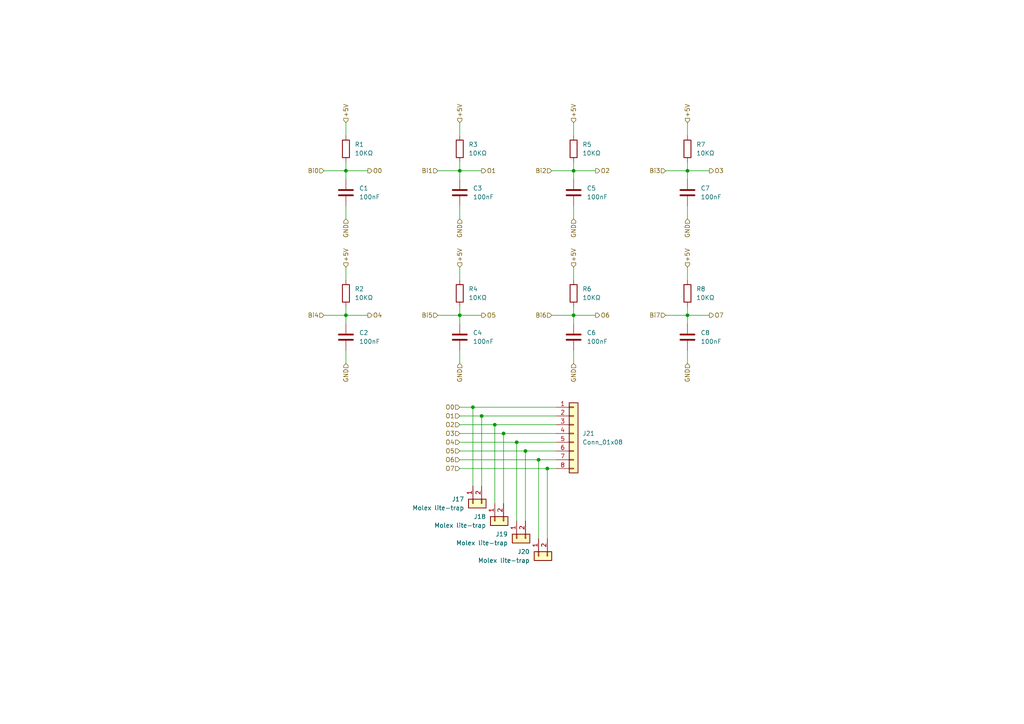
<source format=kicad_sch>
(kicad_sch (version 20250114) (generator "eeschema") (generator_version "9.0")
  (paper "A4")
  (title_block (title "Salidas") (date "2025-04-20") (rev "1.0") (company "UTN FRC") (comment 1 "Minilab") (comment 2 "Tecnicas Digitales 1") (comment 3 "Grasso y Palombo"))
  (lib_symbols
    (symbol "Connector_Generic:Conn_01x02" (pin_names (offset 1.016) (hide yes))
      (property "Reference" "J" (at 0 2.54 0))
      (property "Value" "Conn_01x02" (at 0 -5.08 0))
      (symbol "Conn_01x02_1_1"
        (rectangle (start -1.27 1.27) (end 1.27 -3.81) (stroke (width 0.254)) (fill (type background)))
        (rectangle (start -1.27 0.127) (end 0 -0.127) (stroke (width 0.1524)))
        (rectangle (start -1.27 -2.413) (end 0 -2.667) (stroke (width 0.1524)))
        (pin passive line (at -5.08 0 0) (length 3.81) (name "Pin_1") (number "1"))
        (pin passive line (at -5.08 -2.54 0) (length 3.81) (name "Pin_2") (number "2"))
      )
    )
    (symbol "Connector_Generic:Conn_01x08" (pin_names (offset 1.016) (hide yes))
      (property "Reference" "J" (at 0 10.16 0))
      (property "Value" "Conn_01x08" (at 0 -12.7 0))
      (symbol "Conn_01x08_1_1"
        (rectangle (start -1.27 8.89) (end 1.27 -11.43) (stroke (width 0.254)) (fill (type background)))
        (rectangle (start -1.27 7.747) (end 0 7.493) (stroke (width 0.1524)))
        (rectangle (start -1.27 5.207) (end 0 4.953) (stroke (width 0.1524)))
        (rectangle (start -1.27 2.667) (end 0 2.413) (stroke (width 0.1524)))
        (rectangle (start -1.27 0.127) (end 0 -0.127) (stroke (width 0.1524)))
        (rectangle (start -1.27 -2.413) (end 0 -2.667) (stroke (width 0.1524)))
        (rectangle (start -1.27 -4.953) (end 0 -5.207) (stroke (width 0.1524)))
        (rectangle (start -1.27 -7.493) (end 0 -7.747) (stroke (width 0.1524)))
        (rectangle (start -1.27 -10.033) (end 0 -10.287) (stroke (width 0.1524)))
        (pin passive line (at -5.08 7.62 0) (length 3.81) (name "Pin_1") (number "1"))
        (pin passive line (at -5.08 5.08 0) (length 3.81) (name "Pin_2") (number "2"))
        (pin passive line (at -5.08 2.54 0) (length 3.81) (name "Pin_3") (number "3"))
        (pin passive line (at -5.08 0 0) (length 3.81) (name "Pin_4") (number "4"))
        (pin passive line (at -5.08 -2.54 0) (length 3.81) (name "Pin_5") (number "5"))
        (pin passive line (at -5.08 -5.08 0) (length 3.81) (name "Pin_6") (number "6"))
        (pin passive line (at -5.08 -7.62 0) (length 3.81) (name "Pin_7") (number "7"))
        (pin passive line (at -5.08 -10.16 0) (length 3.81) (name "Pin_8") (number "8"))
      )
    )
    (symbol "Device:C" (pin_numbers (hide yes)) (pin_names (offset 0.254))
      (property "Reference" "C" (at 0.635 2.54 0))
      (property "Value" "C" (at 0.635 -2.54 0))
      (symbol "C_0_1"
        (polyline (pts (xy -2.032 0.762) (xy 2.032 0.762)) (stroke (width 0.508)))
        (polyline (pts (xy -2.032 -0.762) (xy 2.032 -0.762)) (stroke (width 0.508)))
      )
      (symbol "C_1_1"
        (pin passive line (at 0 3.81 270) (length 2.794) (name "~") (number "1"))
        (pin passive line (at 0 -3.81 90) (length 2.794) (name "~") (number "2"))
      )
    )
    (symbol "Device:R" (pin_numbers (hide yes)) (pin_names (offset 0))
      (property "Reference" "R" (at 2.032 0 90))
      (property "Value" "R" (at 0 0 90))
      (symbol "R_0_1"
        (rectangle (start -1.016 -2.54) (end 1.016 2.54) (stroke (width 0.254)))
      )
      (symbol "R_1_1"
        (pin passive line (at 0 3.81 270) (length 1.27) (name "~") (number "1"))
        (pin passive line (at 0 -3.81 90) (length 1.27) (name "~") (number "2"))
      )
    )
  )
  (junction (at 149.86 128.27))
  (junction (at 143.51 123.19))
  (junction (at 156.21 133.35))
  (junction (at 166.37 91.44))
  (junction (at 100.33 49.53))
  (junction (at 100.33 91.44))
  (junction (at 133.35 91.44))
  (junction (at 137.16 118.11))
  (junction (at 199.39 91.44))
  (junction (at 139.7 120.65))
  (junction (at 146.05 125.73))
  (junction (at 152.4 130.81))
  (junction (at 199.39 49.53))
  (junction (at 133.35 49.53))
  (junction (at 158.75 135.89))
  (junction (at 166.37 49.53))
  (wire (pts (xy 156.21 133.35) (xy 156.21 156.21)))
  (wire (pts (xy 133.35 118.11) (xy 137.16 118.11)))
  (wire (pts (xy 199.39 35.56) (xy 199.39 39.37)))
  (wire (pts (xy 166.37 101.6) (xy 166.37 105.41)))
  (wire (pts (xy 146.05 125.73) (xy 146.05 146.05)))
  (wire (pts (xy 166.37 49.53) (xy 172.72 49.53)))
  (wire (pts (xy 199.39 101.6) (xy 199.39 105.41)))
  (wire (pts (xy 158.75 135.89) (xy 161.29 135.89)))
  (wire (pts (xy 199.39 91.44) (xy 199.39 93.98)))
  (wire (pts (xy 133.35 133.35) (xy 156.21 133.35)))
  (wire (pts (xy 152.4 130.81) (xy 152.4 151.13)))
  (wire (pts (xy 158.75 135.89) (xy 158.75 156.21)))
  (wire (pts (xy 93.98 91.44) (xy 100.33 91.44)))
  (wire (pts (xy 199.39 49.53) (xy 205.74 49.53)))
  (wire (pts (xy 127 49.53) (xy 133.35 49.53)))
  (wire (pts (xy 100.33 59.69) (xy 100.33 63.5)))
  (wire (pts (xy 199.39 49.53) (xy 199.39 46.99)))
  (wire (pts (xy 133.35 59.69) (xy 133.35 63.5)))
  (wire (pts (xy 193.04 49.53) (xy 199.39 49.53)))
  (wire (pts (xy 139.7 120.65) (xy 161.29 120.65)))
  (wire (pts (xy 149.86 128.27) (xy 149.86 151.13)))
  (wire (pts (xy 149.86 128.27) (xy 161.29 128.27)))
  (wire (pts (xy 133.35 130.81) (xy 152.4 130.81)))
  (wire (pts (xy 160.02 91.44) (xy 166.37 91.44)))
  (wire (pts (xy 133.35 35.56) (xy 133.35 39.37)))
  (wire (pts (xy 156.21 133.35) (xy 161.29 133.35)))
  (wire (pts (xy 100.33 91.44) (xy 106.68 91.44)))
  (wire (pts (xy 133.35 91.44) (xy 133.35 88.9)))
  (wire (pts (xy 152.4 130.81) (xy 161.29 130.81)))
  (wire (pts (xy 133.35 120.65) (xy 139.7 120.65)))
  (wire (pts (xy 199.39 91.44) (xy 199.39 88.9)))
  (wire (pts (xy 100.33 101.6) (xy 100.33 105.41)))
  (wire (pts (xy 199.39 77.47) (xy 199.39 81.28)))
  (wire (pts (xy 133.35 101.6) (xy 133.35 105.41)))
  (wire (pts (xy 166.37 77.47) (xy 166.37 81.28)))
  (wire (pts (xy 133.35 125.73) (xy 146.05 125.73)))
  (wire (pts (xy 133.35 128.27) (xy 149.86 128.27)))
  (wire (pts (xy 133.35 123.19) (xy 143.51 123.19)))
  (wire (pts (xy 166.37 91.44) (xy 172.72 91.44)))
  (wire (pts (xy 100.33 49.53) (xy 106.68 49.53)))
  (wire (pts (xy 143.51 123.19) (xy 161.29 123.19)))
  (wire (pts (xy 133.35 49.53) (xy 133.35 46.99)))
  (wire (pts (xy 193.04 91.44) (xy 199.39 91.44)))
  (wire (pts (xy 127 91.44) (xy 133.35 91.44)))
  (wire (pts (xy 166.37 91.44) (xy 166.37 88.9)))
  (wire (pts (xy 133.35 135.89) (xy 158.75 135.89)))
  (wire (pts (xy 146.05 125.73) (xy 161.29 125.73)))
  (wire (pts (xy 133.35 49.53) (xy 133.35 52.07)))
  (wire (pts (xy 166.37 35.56) (xy 166.37 39.37)))
  (wire (pts (xy 166.37 49.53) (xy 166.37 52.07)))
  (wire (pts (xy 199.39 59.69) (xy 199.39 63.5)))
  (wire (pts (xy 166.37 59.69) (xy 166.37 63.5)))
  (wire (pts (xy 139.7 120.65) (xy 139.7 140.97)))
  (wire (pts (xy 100.33 91.44) (xy 100.33 93.98)))
  (wire (pts (xy 199.39 49.53) (xy 199.39 52.07)))
  (wire (pts (xy 133.35 91.44) (xy 133.35 93.98)))
  (wire (pts (xy 133.35 77.47) (xy 133.35 81.28)))
  (wire (pts (xy 166.37 49.53) (xy 166.37 46.99)))
  (wire (pts (xy 93.98 49.53) (xy 100.33 49.53)))
  (wire (pts (xy 100.33 49.53) (xy 100.33 46.99)))
  (wire (pts (xy 199.39 91.44) (xy 205.74 91.44)))
  (wire (pts (xy 100.33 35.56) (xy 100.33 39.37)))
  (wire (pts (xy 100.33 77.47) (xy 100.33 81.28)))
  (wire (pts (xy 133.35 49.53) (xy 139.7 49.53)))
  (wire (pts (xy 100.33 49.53) (xy 100.33 52.07)))
  (wire (pts (xy 166.37 91.44) (xy 166.37 93.98)))
  (wire (pts (xy 137.16 118.11) (xy 161.29 118.11)))
  (wire (pts (xy 143.51 123.19) (xy 143.51 146.05)))
  (wire (pts (xy 160.02 49.53) (xy 166.37 49.53)))
  (wire (pts (xy 133.35 91.44) (xy 139.7 91.44)))
  (wire (pts (xy 137.16 118.11) (xy 137.16 140.97)))
  (wire (pts (xy 100.33 91.44) (xy 100.33 88.9)))
  (hierarchical_label "Bi3" (shape input) (at 193.04 49.53 180))
  (hierarchical_label "O2" (shape output) (at 172.72 49.53 0))
  (hierarchical_label "Bi7" (shape input) (at 193.04 91.44 180))
  (hierarchical_label "O6" (shape output) (at 172.72 91.44 0))
  (hierarchical_label "O5" (shape output) (at 139.7 91.44 0))
  (hierarchical_label "+5V" (shape input) (at 199.39 35.56 90))
  (hierarchical_label "Bi2" (shape input) (at 160.02 49.53 180))
  (hierarchical_label "+5V" (shape input) (at 166.37 35.56 90))
  (hierarchical_label "Bi0" (shape input) (at 93.98 49.53 180))
  (hierarchical_label "GND" (shape input) (at 133.35 63.5 270))
  (hierarchical_label "+5V" (shape input) (at 100.33 35.56 90))
  (hierarchical_label "O7" (shape input) (at 133.35 135.89 180))
  (hierarchical_label "+5V" (shape input) (at 100.33 77.47 90))
  (hierarchical_label "O1" (shape input) (at 133.35 120.65 180))
  (hierarchical_label "GND" (shape input) (at 100.33 105.41 270))
  (hierarchical_label "O3" (shape output) (at 205.74 49.53 0))
  (hierarchical_label "GND" (shape input) (at 199.39 63.5 270))
  (hierarchical_label "Bi1" (shape input) (at 127 49.53 180))
  (hierarchical_label "O2" (shape input) (at 133.35 123.19 180))
  (hierarchical_label "GND" (shape input) (at 100.33 63.5 270))
  (hierarchical_label "GND" (shape input) (at 166.37 63.5 270))
  (hierarchical_label "O1" (shape output) (at 139.7 49.53 0))
  (hierarchical_label "O0" (shape input) (at 133.35 118.11 180))
  (hierarchical_label "+5V" (shape input) (at 133.35 77.47 90))
  (hierarchical_label "O4" (shape input) (at 133.35 128.27 180))
  (hierarchical_label "+5V" (shape input) (at 166.37 77.47 90))
  (hierarchical_label "GND" (shape input) (at 166.37 105.41 270))
  (hierarchical_label "+5V" (shape input) (at 133.35 35.56 90))
  (hierarchical_label "O5" (shape input) (at 133.35 130.81 180))
  (hierarchical_label "GND" (shape input) (at 133.35 105.41 270))
  (hierarchical_label "Bi5" (shape input) (at 127 91.44 180))
  (hierarchical_label "Bi4" (shape input) (at 93.98 91.44 180))
  (hierarchical_label "O3" (shape input) (at 133.35 125.73 180))
  (hierarchical_label "O4" (shape output) (at 106.68 91.44 0))
  (hierarchical_label "O7" (shape output) (at 205.74 91.44 0))
  (hierarchical_label "O6" (shape input) (at 133.35 133.35 180))
  (hierarchical_label "O0" (shape output) (at 106.68 49.53 0))
  (hierarchical_label "+5V" (shape input) (at 199.39 77.47 90))
  (hierarchical_label "GND" (shape input) (at 199.39 105.41 270))
  (hierarchical_label "Bi6" (shape input) (at 160.02 91.44 180))
  (symbol (lib_id "Device:R") (at 100.33 43.18 0) (unit 1)
    (property "Reference" "R1" (at 102.87 41.9099 0) (effects (justify left)))
    (property "Value" "10KΩ" (at 102.87 44.4499 0) (effects (justify left)))
    (property "Footprint" "Resistor_THT:R_Axial_DIN0204_L3.6mm_D1.6mm_P5.08mm_Horizontal" (effects (hide yes)))
    (property "Description" "Resistor" (effects (hide yes)))
  )
  (symbol (lib_id "Device:C") (at 133.35 55.88 0) (unit 1)
    (property "Reference" "C3" (at 137.16 54.6099 0) (effects (justify left)))
    (property "Value" "100nF" (at 137.16 57.1499 0) (effects (justify left)))
    (property "Footprint" "Capacitor_THT:C_Disc_D6.0mm_W2.5mm_P5.00mm" (effects (hide yes)))
    (property "Description" "Unpolarized capacitor" (effects (hide yes)))
  )
  (symbol (lib_id "Connector_Generic:Conn_01x02") (at 156.21 161.29 90) (mirror x) (unit 1)
    (property "Reference" "J20" (at 153.67 160.0199 90) (effects (justify left)))
    (property "Value" "Molex lite-trap" (at 153.67 162.5599 90) (effects (justify left)))
    (property "Footprint" "Extras:Molex-Lite_trap" (effects (hide yes)))
    (property "Description" "Generic connector, single row, 01x02, script generated (kicad-library-utils/schlib/autogen/connector/)" (effects (hide yes)))
  )
  (symbol (lib_id "Device:R") (at 133.35 85.09 0) (unit 1)
    (property "Reference" "R4" (at 135.89 83.8199 0) (effects (justify left)))
    (property "Value" "10KΩ" (at 135.89 86.3599 0) (effects (justify left)))
    (property "Footprint" "Resistor_THT:R_Axial_DIN0204_L3.6mm_D1.6mm_P5.08mm_Horizontal" (effects (hide yes)))
    (property "Description" "Resistor" (effects (hide yes)))
  )
  (symbol (lib_id "Device:C") (at 199.39 97.79 0) (unit 1)
    (property "Reference" "C8" (at 203.2 96.5199 0) (effects (justify left)))
    (property "Value" "100nF" (at 203.2 99.0599 0) (effects (justify left)))
    (property "Footprint" "Capacitor_THT:C_Disc_D6.0mm_W2.5mm_P5.00mm" (effects (hide yes)))
    (property "Description" "Unpolarized capacitor" (effects (hide yes)))
  )
  (symbol (lib_id "Device:R") (at 166.37 43.18 0) (unit 1)
    (property "Reference" "R5" (at 168.91 41.9099 0) (effects (justify left)))
    (property "Value" "10KΩ" (at 168.91 44.4499 0) (effects (justify left)))
    (property "Footprint" "Resistor_THT:R_Axial_DIN0204_L3.6mm_D1.6mm_P5.08mm_Horizontal" (effects (hide yes)))
    (property "Description" "Resistor" (effects (hide yes)))
  )
  (symbol (lib_id "Device:R") (at 199.39 85.09 0) (unit 1)
    (property "Reference" "R8" (at 201.93 83.8199 0) (effects (justify left)))
    (property "Value" "10KΩ" (at 201.93 86.3599 0) (effects (justify left)))
    (property "Footprint" "Resistor_THT:R_Axial_DIN0204_L3.6mm_D1.6mm_P5.08mm_Horizontal" (effects (hide yes)))
    (property "Description" "Resistor" (effects (hide yes)))
  )
  (symbol (lib_id "Device:R") (at 100.33 85.09 0) (unit 1)
    (property "Reference" "R2" (at 102.87 83.8199 0) (effects (justify left)))
    (property "Value" "10KΩ" (at 102.87 86.3599 0) (effects (justify left)))
    (property "Footprint" "Resistor_THT:R_Axial_DIN0204_L3.6mm_D1.6mm_P5.08mm_Horizontal" (effects (hide yes)))
    (property "Description" "Resistor" (effects (hide yes)))
  )
  (symbol (lib_id "Device:C") (at 100.33 97.79 0) (unit 1)
    (property "Reference" "C2" (at 104.14 96.5199 0) (effects (justify left)))
    (property "Value" "100nF" (at 104.14 99.0599 0) (effects (justify left)))
    (property "Footprint" "Capacitor_THT:C_Disc_D6.0mm_W2.5mm_P5.00mm" (effects (hide yes)))
    (property "Description" "Unpolarized capacitor" (effects (hide yes)))
  )
  (symbol (lib_id "Device:C") (at 166.37 55.88 0) (unit 1)
    (property "Reference" "C5" (at 170.18 54.6099 0) (effects (justify left)))
    (property "Value" "100nF" (at 170.18 57.1499 0) (effects (justify left)))
    (property "Footprint" "Capacitor_THT:C_Disc_D6.0mm_W2.5mm_P5.00mm" (effects (hide yes)))
    (property "Description" "Unpolarized capacitor" (effects (hide yes)))
  )
  (symbol (lib_id "Device:C") (at 199.39 55.88 0) (unit 1)
    (property "Reference" "C7" (at 203.2 54.6099 0) (effects (justify left)))
    (property "Value" "100nF" (at 203.2 57.1499 0) (effects (justify left)))
    (property "Footprint" "Capacitor_THT:C_Disc_D6.0mm_W2.5mm_P5.00mm" (effects (hide yes)))
    (property "Description" "Unpolarized capacitor" (effects (hide yes)))
  )
  (symbol (lib_id "Device:R") (at 133.35 43.18 0) (unit 1)
    (property "Reference" "R3" (at 135.89 41.9099 0) (effects (justify left)))
    (property "Value" "10KΩ" (at 135.89 44.4499 0) (effects (justify left)))
    (property "Footprint" "Resistor_THT:R_Axial_DIN0204_L3.6mm_D1.6mm_P5.08mm_Horizontal" (effects (hide yes)))
    (property "Description" "Resistor" (effects (hide yes)))
  )
  (symbol (lib_id "Device:R") (at 199.39 43.18 0) (unit 1)
    (property "Reference" "R7" (at 201.93 41.9099 0) (effects (justify left)))
    (property "Value" "10KΩ" (at 201.93 44.4499 0) (effects (justify left)))
    (property "Footprint" "Resistor_THT:R_Axial_DIN0204_L3.6mm_D1.6mm_P5.08mm_Horizontal" (effects (hide yes)))
    (property "Description" "Resistor" (effects (hide yes)))
  )
  (symbol (lib_id "Connector_Generic:Conn_01x02") (at 143.51 151.13 90) (mirror x) (unit 1)
    (property "Reference" "J18" (at 140.97 149.8599 90) (effects (justify left)))
    (property "Value" "Molex lite-trap" (at 140.97 152.3999 90) (effects (justify left)))
    (property "Footprint" "Extras:Molex-Lite_trap" (effects (hide yes)))
    (property "Description" "Generic connector, single row, 01x02, script generated (kicad-library-utils/schlib/autogen/connector/)" (effects (hide yes)))
  )
  (symbol (lib_id "Connector_Generic:Conn_01x08") (at 166.37 125.73 0) (unit 1)
    (property "Reference" "J21" (at 168.91 125.7299 0) (effects (justify left)))
    (property "Value" "Conn_01x08" (at 168.91 128.2699 0) (effects (justify left)))
    (property "Footprint" "Connector_PinSocket_2.54mm:PinSocket_1x08_P2.54mm_Horizontal" (effects (hide yes)))
    (property "Description" "Generic connector, single row, 01x08, script generated (kicad-library-utils/schlib/autogen/connector/)" (effects (hide yes)))
  )
  (symbol (lib_id "Connector_Generic:Conn_01x02") (at 137.16 146.05 90) (mirror x) (unit 1)
    (property "Reference" "J17" (at 134.62 144.7799 90) (effects (justify left)))
    (property "Value" "Molex lite-trap" (at 134.62 147.3199 90) (effects (justify left)))
    (property "Footprint" "Extras:Molex-Lite_trap" (effects (hide yes)))
    (property "Description" "Generic connector, single row, 01x02, script generated (kicad-library-utils/schlib/autogen/connector/)" (effects (hide yes)))
  )
  (symbol (lib_id "Device:C") (at 166.37 97.79 0) (unit 1)
    (property "Reference" "C6" (at 170.18 96.5199 0) (effects (justify left)))
    (property "Value" "100nF" (at 170.18 99.0599 0) (effects (justify left)))
    (property "Footprint" "Capacitor_THT:C_Disc_D6.0mm_W2.5mm_P5.00mm" (effects (hide yes)))
    (property "Description" "Unpolarized capacitor" (effects (hide yes)))
  )
  (symbol (lib_id "Device:C") (at 133.35 97.79 0) (unit 1)
    (property "Reference" "C4" (at 137.16 96.5199 0) (effects (justify left)))
    (property "Value" "100nF" (at 137.16 99.0599 0) (effects (justify left)))
    (property "Footprint" "Capacitor_THT:C_Disc_D6.0mm_W2.5mm_P5.00mm" (effects (hide yes)))
    (property "Description" "Unpolarized capacitor" (effects (hide yes)))
  )
  (symbol (lib_id "Device:C") (at 100.33 55.88 0) (unit 1)
    (property "Reference" "C1" (at 104.14 54.6099 0) (effects (justify left)))
    (property "Value" "100nF" (at 104.14 57.1499 0) (effects (justify left)))
    (property "Footprint" "Capacitor_THT:C_Disc_D6.0mm_W2.5mm_P5.00mm" (effects (hide yes)))
    (property "Description" "Unpolarized capacitor" (effects (hide yes)))
  )
  (symbol (lib_id "Connector_Generic:Conn_01x02") (at 149.86 156.21 90) (mirror x) (unit 1)
    (property "Reference" "J19" (at 147.32 154.9399 90) (effects (justify left)))
    (property "Value" "Molex lite-trap" (at 147.32 157.4799 90) (effects (justify left)))
    (property "Footprint" "Extras:Molex-Lite_trap" (effects (hide yes)))
    (property "Description" "Generic connector, single row, 01x02, script generated (kicad-library-utils/schlib/autogen/connector/)" (effects (hide yes)))
  )
  (symbol (lib_id "Device:R") (at 166.37 85.09 0) (unit 1)
    (property "Reference" "R6" (at 168.91 83.8199 0) (effects (justify left)))
    (property "Value" "10KΩ" (at 168.91 86.3599 0) (effects (justify left)))
    (property "Footprint" "Resistor_THT:R_Axial_DIN0204_L3.6mm_D1.6mm_P5.08mm_Horizontal" (effects (hide yes)))
    (property "Description" "Resistor" (effects (hide yes)))
  )
)
</source>
